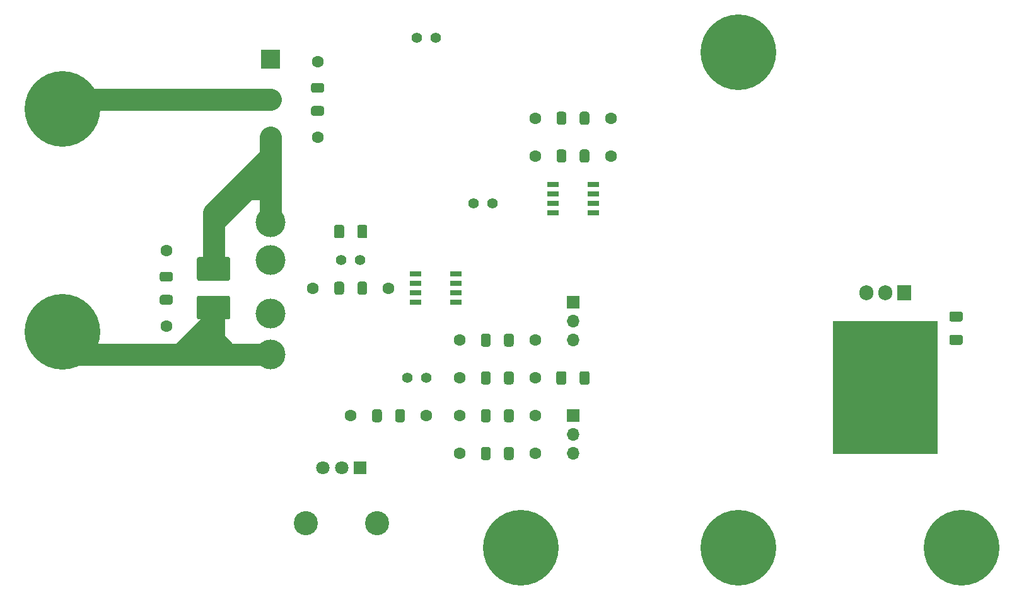
<source format=gbr>
%TF.GenerationSoftware,KiCad,Pcbnew,(5.1.7)-1*%
%TF.CreationDate,2022-02-05T15:55:05+01:00*%
%TF.ProjectId,Dev_Board,4465765f-426f-4617-9264-2e6b69636164,rev?*%
%TF.SameCoordinates,Original*%
%TF.FileFunction,Soldermask,Top*%
%TF.FilePolarity,Negative*%
%FSLAX46Y46*%
G04 Gerber Fmt 4.6, Leading zero omitted, Abs format (unit mm)*
G04 Created by KiCad (PCBNEW (5.1.7)-1) date 2022-02-05 15:55:05*
%MOMM*%
%LPD*%
G01*
G04 APERTURE LIST*
%ADD10C,0.100000*%
%ADD11C,3.000000*%
%ADD12C,1.600000*%
%ADD13C,4.000000*%
%ADD14O,1.905000X2.000000*%
%ADD15R,1.905000X2.000000*%
%ADD16O,3.500000X3.500000*%
%ADD17C,1.400000*%
%ADD18R,1.526000X0.650000*%
%ADD19O,1.700000X1.700000*%
%ADD20R,1.700000X1.700000*%
%ADD21C,10.160000*%
%ADD22R,2.550000X2.550000*%
%ADD23C,2.550000*%
%ADD24R,1.800000X1.800000*%
%ADD25C,1.800000*%
%ADD26C,3.240000*%
G04 APERTURE END LIST*
D10*
G36*
X206375000Y-111760000D02*
G01*
X192405000Y-111760000D01*
X192405000Y-93980000D01*
X206375000Y-93980000D01*
X206375000Y-111760000D01*
G37*
X206375000Y-111760000D02*
X192405000Y-111760000D01*
X192405000Y-93980000D01*
X206375000Y-93980000D01*
X206375000Y-111760000D01*
D11*
X109220000Y-80645000D02*
X116840000Y-73025000D01*
X109220000Y-79375000D02*
X116840000Y-71755000D01*
X109220000Y-80010000D02*
X109220000Y-79375000D01*
X109220000Y-96520000D02*
X111125000Y-98425000D01*
X109220000Y-93980000D02*
X104775000Y-98425000D01*
X109220000Y-92075000D02*
X109220000Y-97790000D01*
X116840000Y-98425000D02*
X90170000Y-98425000D01*
X116840000Y-76200000D02*
X113030000Y-76200000D01*
X109220000Y-80010000D02*
X116840000Y-72390000D01*
X109220000Y-86360000D02*
X109220000Y-80010000D01*
X116840000Y-80645000D02*
X116840000Y-69215000D01*
X116840000Y-64135000D02*
X89535000Y-64135000D01*
%TO.C,R9*%
G36*
G01*
X131815000Y-106125000D02*
X131815000Y-107235000D01*
G75*
G02*
X131490000Y-107560000I-325000J0D01*
G01*
X130840000Y-107560000D01*
G75*
G02*
X130515000Y-107235000I0J325000D01*
G01*
X130515000Y-106125000D01*
G75*
G02*
X130840000Y-105800000I325000J0D01*
G01*
X131490000Y-105800000D01*
G75*
G02*
X131815000Y-106125000I0J-325000D01*
G01*
G37*
G36*
G01*
X134915000Y-106125000D02*
X134915000Y-107235000D01*
G75*
G02*
X134590000Y-107560000I-325000J0D01*
G01*
X133940000Y-107560000D01*
G75*
G02*
X133615000Y-107235000I0J325000D01*
G01*
X133615000Y-106125000D01*
G75*
G02*
X133940000Y-105800000I325000J0D01*
G01*
X134590000Y-105800000D01*
G75*
G02*
X134915000Y-106125000I0J-325000D01*
G01*
G37*
D12*
X127635000Y-106680000D03*
X137795000Y-106680000D03*
%TD*%
%TO.C,R13*%
G36*
G01*
X148220000Y-107235000D02*
X148220000Y-106125000D01*
G75*
G02*
X148545000Y-105800000I325000J0D01*
G01*
X149195000Y-105800000D01*
G75*
G02*
X149520000Y-106125000I0J-325000D01*
G01*
X149520000Y-107235000D01*
G75*
G02*
X149195000Y-107560000I-325000J0D01*
G01*
X148545000Y-107560000D01*
G75*
G02*
X148220000Y-107235000I0J325000D01*
G01*
G37*
G36*
G01*
X145120000Y-107235000D02*
X145120000Y-106125000D01*
G75*
G02*
X145445000Y-105800000I325000J0D01*
G01*
X146095000Y-105800000D01*
G75*
G02*
X146420000Y-106125000I0J-325000D01*
G01*
X146420000Y-107235000D01*
G75*
G02*
X146095000Y-107560000I-325000J0D01*
G01*
X145445000Y-107560000D01*
G75*
G02*
X145120000Y-107235000I0J325000D01*
G01*
G37*
X152400000Y-106680000D03*
X142240000Y-106680000D03*
%TD*%
%TO.C,R12*%
G36*
G01*
X146420000Y-111205000D02*
X146420000Y-112315000D01*
G75*
G02*
X146095000Y-112640000I-325000J0D01*
G01*
X145445000Y-112640000D01*
G75*
G02*
X145120000Y-112315000I0J325000D01*
G01*
X145120000Y-111205000D01*
G75*
G02*
X145445000Y-110880000I325000J0D01*
G01*
X146095000Y-110880000D01*
G75*
G02*
X146420000Y-111205000I0J-325000D01*
G01*
G37*
G36*
G01*
X149520000Y-111205000D02*
X149520000Y-112315000D01*
G75*
G02*
X149195000Y-112640000I-325000J0D01*
G01*
X148545000Y-112640000D01*
G75*
G02*
X148220000Y-112315000I0J325000D01*
G01*
X148220000Y-111205000D01*
G75*
G02*
X148545000Y-110880000I325000J0D01*
G01*
X149195000Y-110880000D01*
G75*
G02*
X149520000Y-111205000I0J-325000D01*
G01*
G37*
X142240000Y-111760000D03*
X152400000Y-111760000D03*
%TD*%
D13*
%TO.C,R5*%
X116840000Y-80645000D03*
X116840000Y-85725000D03*
X116840000Y-92916000D03*
X116840000Y-98425000D03*
%TD*%
D14*
%TO.C,U1*%
X196850000Y-90170000D03*
X199390000Y-90170000D03*
D15*
X201930000Y-90170000D03*
D16*
X199390000Y-106830000D03*
%TD*%
%TO.C,C5*%
G36*
G01*
X156580000Y-100949997D02*
X156580000Y-102250003D01*
G75*
G02*
X156330003Y-102500000I-249997J0D01*
G01*
X155504997Y-102500000D01*
G75*
G02*
X155255000Y-102250003I0J249997D01*
G01*
X155255000Y-100949997D01*
G75*
G02*
X155504997Y-100700000I249997J0D01*
G01*
X156330003Y-100700000D01*
G75*
G02*
X156580000Y-100949997I0J-249997D01*
G01*
G37*
G36*
G01*
X159705000Y-100949997D02*
X159705000Y-102250003D01*
G75*
G02*
X159455003Y-102500000I-249997J0D01*
G01*
X158629997Y-102500000D01*
G75*
G02*
X158380000Y-102250003I0J249997D01*
G01*
X158380000Y-100949997D01*
G75*
G02*
X158629997Y-100700000I249997J0D01*
G01*
X159455003Y-100700000D01*
G75*
G02*
X159705000Y-100949997I0J-249997D01*
G01*
G37*
%TD*%
%TO.C,C4*%
G36*
G01*
X208264997Y-95807500D02*
X209565003Y-95807500D01*
G75*
G02*
X209815000Y-96057497I0J-249997D01*
G01*
X209815000Y-96882503D01*
G75*
G02*
X209565003Y-97132500I-249997J0D01*
G01*
X208264997Y-97132500D01*
G75*
G02*
X208015000Y-96882503I0J249997D01*
G01*
X208015000Y-96057497D01*
G75*
G02*
X208264997Y-95807500I249997J0D01*
G01*
G37*
G36*
G01*
X208264997Y-92682500D02*
X209565003Y-92682500D01*
G75*
G02*
X209815000Y-92932497I0J-249997D01*
G01*
X209815000Y-93757503D01*
G75*
G02*
X209565003Y-94007500I-249997J0D01*
G01*
X208264997Y-94007500D01*
G75*
G02*
X208015000Y-93757503I0J249997D01*
G01*
X208015000Y-92932497D01*
G75*
G02*
X208264997Y-92682500I249997J0D01*
G01*
G37*
%TD*%
%TO.C,R6*%
G36*
G01*
X107245000Y-90535000D02*
X111195000Y-90535000D01*
G75*
G02*
X111445000Y-90785000I0J-250000D01*
G01*
X111445000Y-93485000D01*
G75*
G02*
X111195000Y-93735000I-250000J0D01*
G01*
X107245000Y-93735000D01*
G75*
G02*
X106995000Y-93485000I0J250000D01*
G01*
X106995000Y-90785000D01*
G75*
G02*
X107245000Y-90535000I250000J0D01*
G01*
G37*
G36*
G01*
X107245000Y-85335000D02*
X111195000Y-85335000D01*
G75*
G02*
X111445000Y-85585000I0J-250000D01*
G01*
X111445000Y-88285000D01*
G75*
G02*
X111195000Y-88535000I-250000J0D01*
G01*
X107245000Y-88535000D01*
G75*
G02*
X106995000Y-88285000I0J250000D01*
G01*
X106995000Y-85585000D01*
G75*
G02*
X107245000Y-85335000I250000J0D01*
G01*
G37*
%TD*%
D17*
%TO.C,TP4*%
X128905000Y-85725000D03*
X126365000Y-85725000D03*
%TD*%
%TO.C,TP3*%
X146685000Y-78105000D03*
X144145000Y-78105000D03*
%TD*%
%TO.C,TP2*%
X139065000Y-55880000D03*
X136525000Y-55880000D03*
%TD*%
%TO.C,TP1*%
X135255000Y-101600000D03*
X137795000Y-101600000D03*
%TD*%
%TO.C,C1*%
G36*
G01*
X125410000Y-82565003D02*
X125410000Y-81264997D01*
G75*
G02*
X125659997Y-81015000I249997J0D01*
G01*
X126485003Y-81015000D01*
G75*
G02*
X126735000Y-81264997I0J-249997D01*
G01*
X126735000Y-82565003D01*
G75*
G02*
X126485003Y-82815000I-249997J0D01*
G01*
X125659997Y-82815000D01*
G75*
G02*
X125410000Y-82565003I0J249997D01*
G01*
G37*
G36*
G01*
X128535000Y-82565003D02*
X128535000Y-81264997D01*
G75*
G02*
X128784997Y-81015000I249997J0D01*
G01*
X129610003Y-81015000D01*
G75*
G02*
X129860000Y-81264997I0J-249997D01*
G01*
X129860000Y-82565003D01*
G75*
G02*
X129610003Y-82815000I-249997J0D01*
G01*
X128784997Y-82815000D01*
G75*
G02*
X128535000Y-82565003I0J249997D01*
G01*
G37*
%TD*%
D18*
%TO.C,IC1*%
X136353000Y-87630000D03*
X136353000Y-88900000D03*
X136353000Y-90170000D03*
X136353000Y-91440000D03*
X141777000Y-91440000D03*
X141777000Y-90170000D03*
X141777000Y-88900000D03*
X141777000Y-87630000D03*
%TD*%
%TO.C,IC2*%
X160192000Y-75565000D03*
X160192000Y-76835000D03*
X160192000Y-78105000D03*
X160192000Y-79375000D03*
X154768000Y-79375000D03*
X154768000Y-78105000D03*
X154768000Y-76835000D03*
X154768000Y-75565000D03*
%TD*%
D19*
%TO.C,J1*%
X157480000Y-96520000D03*
X157480000Y-93980000D03*
D20*
X157480000Y-91440000D03*
%TD*%
D21*
%TO.C,J2*%
X150495000Y-124460000D03*
%TD*%
D20*
%TO.C,J3*%
X157480000Y-106680000D03*
D19*
X157480000Y-109220000D03*
X157480000Y-111760000D03*
%TD*%
D21*
%TO.C,J4*%
X88900000Y-65405000D03*
X88900000Y-95375000D03*
%TD*%
%TO.C,J5*%
X179705000Y-57785000D03*
%TD*%
%TO.C,J6*%
X209675000Y-124460000D03*
X179705000Y-124460000D03*
%TD*%
D22*
%TO.C,Q1*%
X116840000Y-58695000D03*
D23*
X116840000Y-64135000D03*
X116840000Y-69575000D03*
%TD*%
%TO.C,R1*%
G36*
G01*
X146420000Y-95965000D02*
X146420000Y-97075000D01*
G75*
G02*
X146095000Y-97400000I-325000J0D01*
G01*
X145445000Y-97400000D01*
G75*
G02*
X145120000Y-97075000I0J325000D01*
G01*
X145120000Y-95965000D01*
G75*
G02*
X145445000Y-95640000I325000J0D01*
G01*
X146095000Y-95640000D01*
G75*
G02*
X146420000Y-95965000I0J-325000D01*
G01*
G37*
G36*
G01*
X149520000Y-95965000D02*
X149520000Y-97075000D01*
G75*
G02*
X149195000Y-97400000I-325000J0D01*
G01*
X148545000Y-97400000D01*
G75*
G02*
X148220000Y-97075000I0J325000D01*
G01*
X148220000Y-95965000D01*
G75*
G02*
X148545000Y-95640000I325000J0D01*
G01*
X149195000Y-95640000D01*
G75*
G02*
X149520000Y-95965000I0J-325000D01*
G01*
G37*
D12*
X142240000Y-96520000D03*
X152400000Y-96520000D03*
%TD*%
%TO.C,R2*%
G36*
G01*
X146420000Y-101045000D02*
X146420000Y-102155000D01*
G75*
G02*
X146095000Y-102480000I-325000J0D01*
G01*
X145445000Y-102480000D01*
G75*
G02*
X145120000Y-102155000I0J325000D01*
G01*
X145120000Y-101045000D01*
G75*
G02*
X145445000Y-100720000I325000J0D01*
G01*
X146095000Y-100720000D01*
G75*
G02*
X146420000Y-101045000I0J-325000D01*
G01*
G37*
G36*
G01*
X149520000Y-101045000D02*
X149520000Y-102155000D01*
G75*
G02*
X149195000Y-102480000I-325000J0D01*
G01*
X148545000Y-102480000D01*
G75*
G02*
X148220000Y-102155000I0J325000D01*
G01*
X148220000Y-101045000D01*
G75*
G02*
X148545000Y-100720000I325000J0D01*
G01*
X149195000Y-100720000D01*
G75*
G02*
X149520000Y-101045000I0J-325000D01*
G01*
G37*
X142240000Y-101600000D03*
X152400000Y-101600000D03*
%TD*%
%TO.C,R3*%
X123190000Y-59055000D03*
X123190000Y-69215000D03*
G36*
G01*
X122635000Y-61935000D02*
X123745000Y-61935000D01*
G75*
G02*
X124070000Y-62260000I0J-325000D01*
G01*
X124070000Y-62910000D01*
G75*
G02*
X123745000Y-63235000I-325000J0D01*
G01*
X122635000Y-63235000D01*
G75*
G02*
X122310000Y-62910000I0J325000D01*
G01*
X122310000Y-62260000D01*
G75*
G02*
X122635000Y-61935000I325000J0D01*
G01*
G37*
G36*
G01*
X122635000Y-65035000D02*
X123745000Y-65035000D01*
G75*
G02*
X124070000Y-65360000I0J-325000D01*
G01*
X124070000Y-66010000D01*
G75*
G02*
X123745000Y-66335000I-325000J0D01*
G01*
X122635000Y-66335000D01*
G75*
G02*
X122310000Y-66010000I0J325000D01*
G01*
X122310000Y-65360000D01*
G75*
G02*
X122635000Y-65035000I325000J0D01*
G01*
G37*
%TD*%
%TO.C,R4*%
X132715000Y-89535000D03*
X122555000Y-89535000D03*
G36*
G01*
X129835000Y-88980000D02*
X129835000Y-90090000D01*
G75*
G02*
X129510000Y-90415000I-325000J0D01*
G01*
X128860000Y-90415000D01*
G75*
G02*
X128535000Y-90090000I0J325000D01*
G01*
X128535000Y-88980000D01*
G75*
G02*
X128860000Y-88655000I325000J0D01*
G01*
X129510000Y-88655000D01*
G75*
G02*
X129835000Y-88980000I0J-325000D01*
G01*
G37*
G36*
G01*
X126735000Y-88980000D02*
X126735000Y-90090000D01*
G75*
G02*
X126410000Y-90415000I-325000J0D01*
G01*
X125760000Y-90415000D01*
G75*
G02*
X125435000Y-90090000I0J325000D01*
G01*
X125435000Y-88980000D01*
G75*
G02*
X125760000Y-88655000I325000J0D01*
G01*
X126410000Y-88655000D01*
G75*
G02*
X126735000Y-88980000I0J-325000D01*
G01*
G37*
%TD*%
%TO.C,R7*%
X102870000Y-84455000D03*
X102870000Y-94615000D03*
G36*
G01*
X102315000Y-87335000D02*
X103425000Y-87335000D01*
G75*
G02*
X103750000Y-87660000I0J-325000D01*
G01*
X103750000Y-88310000D01*
G75*
G02*
X103425000Y-88635000I-325000J0D01*
G01*
X102315000Y-88635000D01*
G75*
G02*
X101990000Y-88310000I0J325000D01*
G01*
X101990000Y-87660000D01*
G75*
G02*
X102315000Y-87335000I325000J0D01*
G01*
G37*
G36*
G01*
X102315000Y-90435000D02*
X103425000Y-90435000D01*
G75*
G02*
X103750000Y-90760000I0J-325000D01*
G01*
X103750000Y-91410000D01*
G75*
G02*
X103425000Y-91735000I-325000J0D01*
G01*
X102315000Y-91735000D01*
G75*
G02*
X101990000Y-91410000I0J325000D01*
G01*
X101990000Y-90760000D01*
G75*
G02*
X102315000Y-90435000I325000J0D01*
G01*
G37*
%TD*%
%TO.C,R8*%
G36*
G01*
X158380000Y-72310000D02*
X158380000Y-71200000D01*
G75*
G02*
X158705000Y-70875000I325000J0D01*
G01*
X159355000Y-70875000D01*
G75*
G02*
X159680000Y-71200000I0J-325000D01*
G01*
X159680000Y-72310000D01*
G75*
G02*
X159355000Y-72635000I-325000J0D01*
G01*
X158705000Y-72635000D01*
G75*
G02*
X158380000Y-72310000I0J325000D01*
G01*
G37*
G36*
G01*
X155280000Y-72310000D02*
X155280000Y-71200000D01*
G75*
G02*
X155605000Y-70875000I325000J0D01*
G01*
X156255000Y-70875000D01*
G75*
G02*
X156580000Y-71200000I0J-325000D01*
G01*
X156580000Y-72310000D01*
G75*
G02*
X156255000Y-72635000I-325000J0D01*
G01*
X155605000Y-72635000D01*
G75*
G02*
X155280000Y-72310000I0J325000D01*
G01*
G37*
X162560000Y-71755000D03*
X152400000Y-71755000D03*
%TD*%
%TO.C,R10*%
X162560000Y-66675000D03*
X152400000Y-66675000D03*
G36*
G01*
X159680000Y-66120000D02*
X159680000Y-67230000D01*
G75*
G02*
X159355000Y-67555000I-325000J0D01*
G01*
X158705000Y-67555000D01*
G75*
G02*
X158380000Y-67230000I0J325000D01*
G01*
X158380000Y-66120000D01*
G75*
G02*
X158705000Y-65795000I325000J0D01*
G01*
X159355000Y-65795000D01*
G75*
G02*
X159680000Y-66120000I0J-325000D01*
G01*
G37*
G36*
G01*
X156580000Y-66120000D02*
X156580000Y-67230000D01*
G75*
G02*
X156255000Y-67555000I-325000J0D01*
G01*
X155605000Y-67555000D01*
G75*
G02*
X155280000Y-67230000I0J325000D01*
G01*
X155280000Y-66120000D01*
G75*
G02*
X155605000Y-65795000I325000J0D01*
G01*
X156255000Y-65795000D01*
G75*
G02*
X156580000Y-66120000I0J-325000D01*
G01*
G37*
%TD*%
D24*
%TO.C,RV1*%
X128905000Y-113665000D03*
D25*
X126405000Y-113665000D03*
X123905000Y-113665000D03*
D26*
X121605000Y-121165000D03*
X131205000Y-121165000D03*
%TD*%
M02*

</source>
